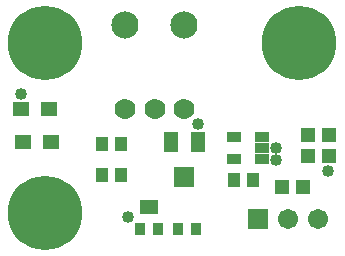
<source format=gts>
G04*
G04 #@! TF.GenerationSoftware,Altium Limited,Altium Designer,19.1.5 (86)*
G04*
G04 Layer_Color=8388736*
%FSLAX25Y25*%
%MOIN*%
G70*
G01*
G75*
%ADD24R,0.06299X0.04626*%
%ADD25R,0.05131X0.05131*%
%ADD26R,0.06312X0.01587*%
%ADD27R,0.04343X0.04737*%
%ADD28R,0.04737X0.03556*%
%ADD29R,0.05721X0.05131*%
%ADD30R,0.03556X0.04343*%
%ADD31R,0.05091X0.07099*%
%ADD32R,0.07099X0.07099*%
%ADD33R,0.06706X0.06706*%
%ADD34C,0.06706*%
%ADD35C,0.24816*%
%ADD36C,0.09068*%
%ADD37C,0.06942*%
%ADD38C,0.04000*%
D24*
X148130Y170526D02*
D03*
D25*
X192288Y177000D02*
D03*
X199375D02*
D03*
X200957Y194500D02*
D03*
X208043D02*
D03*
Y187500D02*
D03*
X200957D02*
D03*
D26*
X148131Y169000D02*
D03*
X148130Y172051D02*
D03*
D27*
X176350Y179500D02*
D03*
X182650D02*
D03*
X138650Y191500D02*
D03*
X132350D02*
D03*
X138650Y181000D02*
D03*
X132350D02*
D03*
D28*
X185724Y186260D02*
D03*
Y190000D02*
D03*
Y193740D02*
D03*
X176276Y186260D02*
D03*
Y193740D02*
D03*
D29*
X115252Y192000D02*
D03*
X106000D02*
D03*
X114752Y203000D02*
D03*
X105500D02*
D03*
D30*
X151083Y163000D02*
D03*
X145178D02*
D03*
X163583Y163000D02*
D03*
X157678D02*
D03*
D31*
X155295Y191917D02*
D03*
X164390D02*
D03*
D32*
X159843Y180500D02*
D03*
D33*
X184185Y166500D02*
D03*
D34*
X194185D02*
D03*
X204185D02*
D03*
D35*
X113500Y168500D02*
D03*
X198000Y225000D02*
D03*
X113500D02*
D03*
D36*
X140157Y231150D02*
D03*
X159843D02*
D03*
D37*
X140157Y203000D02*
D03*
X150000D02*
D03*
X159843D02*
D03*
D38*
X190500Y186000D02*
D03*
X105500Y208000D02*
D03*
X141130Y167000D02*
D03*
X164271Y198000D02*
D03*
X190500Y190000D02*
D03*
X207650Y182500D02*
D03*
M02*

</source>
